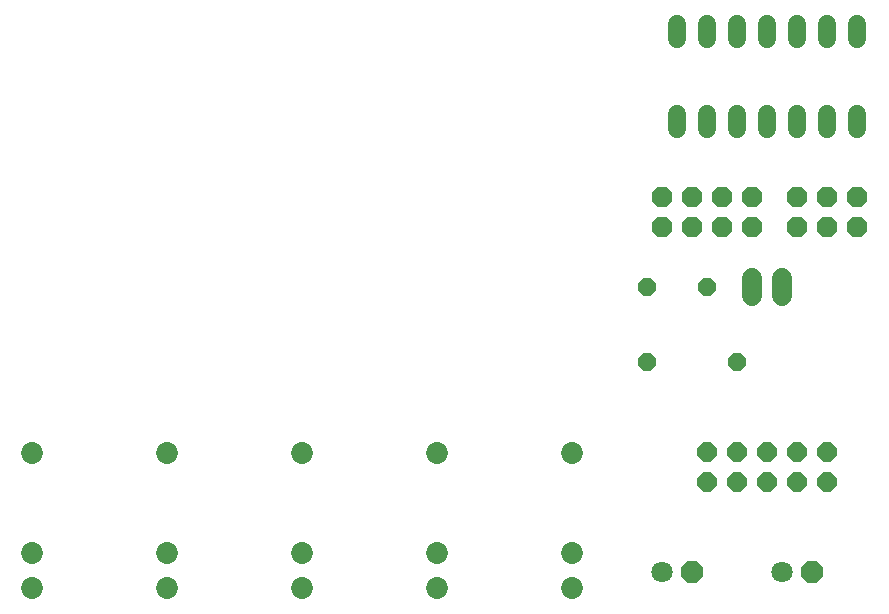
<source format=gbr>
G04 EAGLE Gerber RS-274X export*
G75*
%MOMM*%
%FSLAX34Y34*%
%LPD*%
%INSoldermask Top*%
%IPPOS*%
%AMOC8*
5,1,8,0,0,1.08239X$1,22.5*%
G01*
%ADD10C,1.524000*%
%ADD11P,1.649562X8X22.500000*%
%ADD12P,1.869504X8X22.500000*%
%ADD13C,1.727200*%
%ADD14P,1.759533X8X22.500000*%
%ADD15P,1.951982X8X22.500000*%
%ADD16C,1.803400*%
%ADD17C,1.853200*%


D10*
X38100Y-108204D02*
X38100Y-94996D01*
X63500Y-94996D02*
X63500Y-108204D01*
X190500Y-108204D02*
X190500Y-94996D01*
X190500Y-32004D02*
X190500Y-18796D01*
X88900Y-94996D02*
X88900Y-108204D01*
X114300Y-108204D02*
X114300Y-94996D01*
X165100Y-94996D02*
X165100Y-108204D01*
X139700Y-108204D02*
X139700Y-94996D01*
X165100Y-32004D02*
X165100Y-18796D01*
X139700Y-18796D02*
X139700Y-32004D01*
X114300Y-32004D02*
X114300Y-18796D01*
X88900Y-18796D02*
X88900Y-32004D01*
X63500Y-32004D02*
X63500Y-18796D01*
X38100Y-18796D02*
X38100Y-32004D01*
D11*
X12700Y-241300D03*
X63500Y-241300D03*
D12*
X139700Y-190500D03*
X139700Y-165100D03*
X165100Y-190500D03*
X165100Y-165100D03*
X190500Y-190500D03*
X190500Y-165100D03*
D11*
X12700Y-304800D03*
X88900Y-304800D03*
D12*
X25400Y-190500D03*
X25400Y-165100D03*
X50800Y-190500D03*
X50800Y-165100D03*
X76200Y-190500D03*
X76200Y-165100D03*
X101600Y-190500D03*
X101600Y-165100D03*
D13*
X101600Y-233680D02*
X101600Y-248920D01*
X127000Y-248920D02*
X127000Y-233680D01*
D14*
X63500Y-406400D03*
X63500Y-381000D03*
X88900Y-406400D03*
X88900Y-381000D03*
X114300Y-406400D03*
X114300Y-381000D03*
X139700Y-406400D03*
X139700Y-381000D03*
X165100Y-406400D03*
X165100Y-381000D03*
D15*
X50800Y-482600D03*
D16*
X25400Y-482600D03*
D15*
X152400Y-482600D03*
D16*
X127000Y-482600D03*
D17*
X-50800Y-381800D03*
X-50800Y-466800D03*
X-50800Y-496800D03*
X-165100Y-381800D03*
X-165100Y-466800D03*
X-165100Y-496800D03*
X-279400Y-381800D03*
X-279400Y-466800D03*
X-279400Y-496800D03*
X-393700Y-381800D03*
X-393700Y-466800D03*
X-393700Y-496800D03*
X-508000Y-381800D03*
X-508000Y-466800D03*
X-508000Y-496800D03*
M02*

</source>
